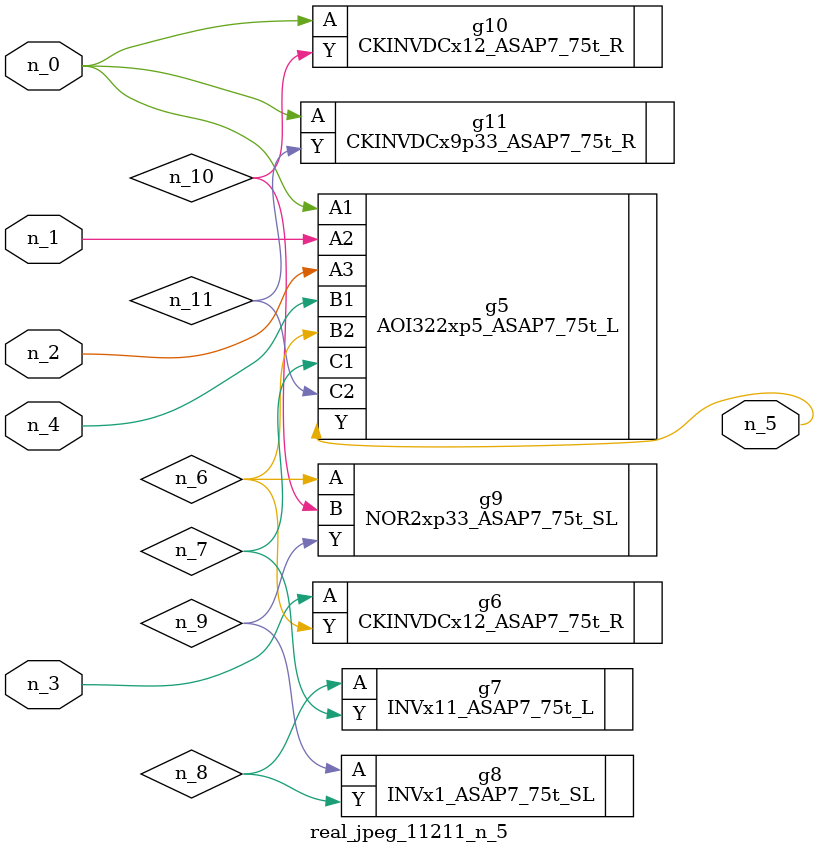
<source format=v>
module real_jpeg_11211_n_5 (n_4, n_0, n_1, n_2, n_3, n_5);

input n_4;
input n_0;
input n_1;
input n_2;
input n_3;

output n_5;

wire n_8;
wire n_11;
wire n_6;
wire n_7;
wire n_10;
wire n_9;

AOI322xp5_ASAP7_75t_L g5 ( 
.A1(n_0),
.A2(n_1),
.A3(n_2),
.B1(n_4),
.B2(n_6),
.C1(n_7),
.C2(n_11),
.Y(n_5)
);

CKINVDCx12_ASAP7_75t_R g10 ( 
.A(n_0),
.Y(n_10)
);

CKINVDCx9p33_ASAP7_75t_R g11 ( 
.A(n_0),
.Y(n_11)
);

CKINVDCx12_ASAP7_75t_R g6 ( 
.A(n_3),
.Y(n_6)
);

NOR2xp33_ASAP7_75t_SL g9 ( 
.A(n_6),
.B(n_10),
.Y(n_9)
);

INVx11_ASAP7_75t_L g7 ( 
.A(n_8),
.Y(n_7)
);

INVx1_ASAP7_75t_SL g8 ( 
.A(n_9),
.Y(n_8)
);


endmodule
</source>
